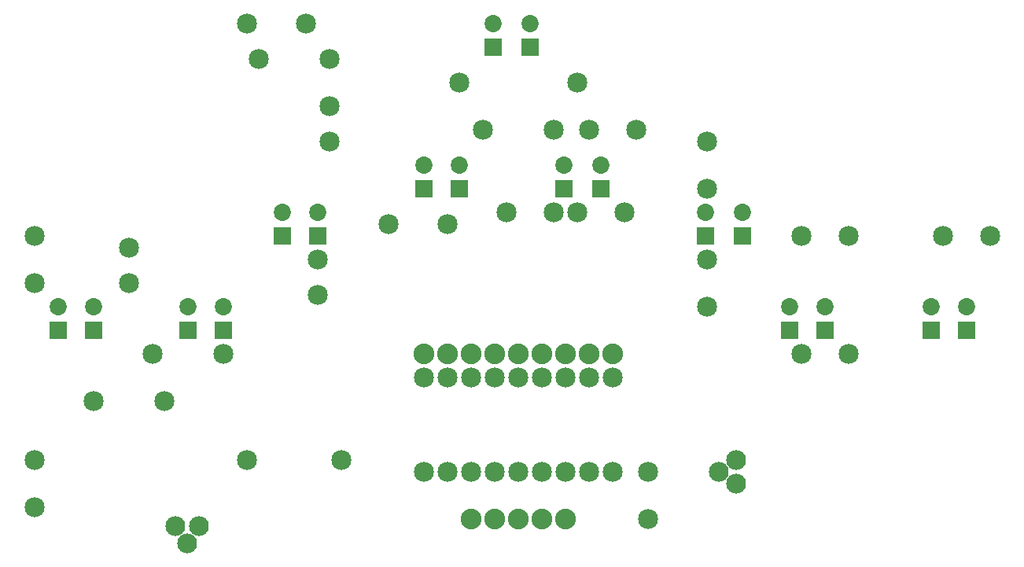
<source format=gbs>
G04 MADE WITH FRITZING*
G04 WWW.FRITZING.ORG*
G04 DOUBLE SIDED*
G04 HOLES PLATED*
G04 CONTOUR ON CENTER OF CONTOUR VECTOR*
%ASAXBY*%
%FSLAX23Y23*%
%MOIN*%
%OFA0B0*%
%SFA1.0B1.0*%
%ADD10C,0.072992*%
%ADD11C,0.088000*%
%ADD12C,0.085000*%
%ADD13C,0.084000*%
%ADD14R,0.072992X0.072992*%
%LNMASK0*%
G90*
G70*
G54D10*
X400Y1030D03*
X400Y1129D03*
X400Y1030D03*
X400Y1129D03*
X250Y1030D03*
X250Y1129D03*
X250Y1030D03*
X250Y1129D03*
X3950Y1030D03*
X3950Y1129D03*
X3950Y1030D03*
X3950Y1129D03*
X4100Y1030D03*
X4100Y1129D03*
X4100Y1030D03*
X4100Y1129D03*
X3350Y1030D03*
X3350Y1129D03*
X3350Y1030D03*
X3350Y1129D03*
X3500Y1030D03*
X3500Y1129D03*
X3500Y1030D03*
X3500Y1129D03*
X950Y1030D03*
X950Y1129D03*
X950Y1030D03*
X950Y1129D03*
X800Y1030D03*
X800Y1129D03*
X800Y1030D03*
X800Y1129D03*
X1350Y1430D03*
X1350Y1529D03*
X1350Y1430D03*
X1350Y1529D03*
X1200Y1430D03*
X1200Y1529D03*
X1200Y1430D03*
X1200Y1529D03*
X2993Y1430D03*
X2993Y1529D03*
X2993Y1430D03*
X2993Y1529D03*
X3150Y1430D03*
X3150Y1529D03*
X3150Y1430D03*
X3150Y1529D03*
X2393Y1630D03*
X2393Y1729D03*
X2393Y1630D03*
X2393Y1729D03*
X2550Y1630D03*
X2550Y1729D03*
X2550Y1630D03*
X2550Y1729D03*
X1800Y1630D03*
X1800Y1729D03*
X1800Y1630D03*
X1800Y1729D03*
X1950Y1630D03*
X1950Y1729D03*
X1950Y1630D03*
X1950Y1729D03*
X2250Y2230D03*
X2250Y2329D03*
X2250Y2230D03*
X2250Y2329D03*
X2093Y2230D03*
X2093Y2329D03*
X2093Y2230D03*
X2093Y2329D03*
G54D11*
X2000Y229D03*
X2100Y229D03*
X2200Y229D03*
X2300Y229D03*
X2400Y229D03*
X1800Y929D03*
X1900Y929D03*
X2000Y929D03*
X2100Y929D03*
X2200Y929D03*
X2300Y929D03*
X2400Y929D03*
X2500Y929D03*
X2600Y929D03*
G54D12*
X2600Y429D03*
X2600Y829D03*
X2500Y429D03*
X2500Y829D03*
X2400Y429D03*
X2400Y829D03*
X2300Y429D03*
X2300Y829D03*
X2200Y429D03*
X2200Y829D03*
X2100Y429D03*
X2100Y829D03*
X2000Y429D03*
X2000Y829D03*
X1900Y429D03*
X1900Y829D03*
X1050Y479D03*
X1450Y479D03*
X1800Y429D03*
X1800Y829D03*
X150Y279D03*
X150Y479D03*
X150Y1229D03*
X150Y1429D03*
X1400Y1829D03*
X1400Y1979D03*
X1350Y1179D03*
X1350Y1329D03*
X550Y1229D03*
X550Y1379D03*
X650Y929D03*
X950Y929D03*
X400Y729D03*
X700Y729D03*
X2750Y429D03*
X2750Y229D03*
X1100Y2179D03*
X1400Y2179D03*
X1950Y2079D03*
X2450Y2079D03*
X2500Y1879D03*
X2700Y1879D03*
X1050Y2329D03*
X1300Y2329D03*
X2050Y1879D03*
X2350Y1879D03*
X3000Y1829D03*
X3000Y1629D03*
X3400Y1429D03*
X3600Y1429D03*
X4000Y1429D03*
X4200Y1429D03*
X3400Y929D03*
X3600Y929D03*
X3000Y1329D03*
X3000Y1129D03*
X2450Y1529D03*
X2650Y1529D03*
X1650Y1479D03*
X1900Y1479D03*
X2150Y1529D03*
X2350Y1529D03*
G54D13*
X3125Y379D03*
X3050Y429D03*
X3125Y479D03*
X847Y200D03*
X797Y125D03*
X747Y200D03*
G54D14*
X400Y1030D03*
X400Y1030D03*
X250Y1030D03*
X250Y1030D03*
X3950Y1030D03*
X3950Y1030D03*
X4100Y1030D03*
X4100Y1030D03*
X3350Y1030D03*
X3350Y1030D03*
X3500Y1030D03*
X3500Y1030D03*
X950Y1030D03*
X950Y1030D03*
X800Y1030D03*
X800Y1030D03*
X1350Y1430D03*
X1350Y1430D03*
X1200Y1430D03*
X1200Y1430D03*
X2993Y1430D03*
X2993Y1430D03*
X3150Y1430D03*
X3150Y1430D03*
X2393Y1630D03*
X2393Y1630D03*
X2550Y1630D03*
X2550Y1630D03*
X1800Y1630D03*
X1800Y1630D03*
X1950Y1630D03*
X1950Y1630D03*
X2250Y2230D03*
X2250Y2230D03*
X2093Y2230D03*
X2093Y2230D03*
G04 End of Mask0*
M02*
</source>
